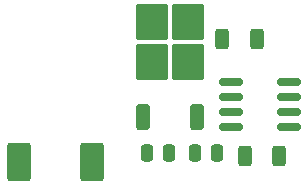
<source format=gtp>
G04 #@! TF.GenerationSoftware,KiCad,Pcbnew,8.0.0*
G04 #@! TF.CreationDate,2024-12-06T13:06:33-06:00*
G04 #@! TF.ProjectId,led_segment,6c65645f-7365-4676-9d65-6e742e6b6963,rev?*
G04 #@! TF.SameCoordinates,Original*
G04 #@! TF.FileFunction,Paste,Top*
G04 #@! TF.FilePolarity,Positive*
%FSLAX46Y46*%
G04 Gerber Fmt 4.6, Leading zero omitted, Abs format (unit mm)*
G04 Created by KiCad (PCBNEW 8.0.0) date 2024-12-06 13:06:33*
%MOMM*%
%LPD*%
G01*
G04 APERTURE LIST*
G04 Aperture macros list*
%AMRoundRect*
0 Rectangle with rounded corners*
0 $1 Rounding radius*
0 $2 $3 $4 $5 $6 $7 $8 $9 X,Y pos of 4 corners*
0 Add a 4 corners polygon primitive as box body*
4,1,4,$2,$3,$4,$5,$6,$7,$8,$9,$2,$3,0*
0 Add four circle primitives for the rounded corners*
1,1,$1+$1,$2,$3*
1,1,$1+$1,$4,$5*
1,1,$1+$1,$6,$7*
1,1,$1+$1,$8,$9*
0 Add four rect primitives between the rounded corners*
20,1,$1+$1,$2,$3,$4,$5,0*
20,1,$1+$1,$4,$5,$6,$7,0*
20,1,$1+$1,$6,$7,$8,$9,0*
20,1,$1+$1,$8,$9,$2,$3,0*%
G04 Aperture macros list end*
%ADD10RoundRect,0.250000X0.312500X0.625000X-0.312500X0.625000X-0.312500X-0.625000X0.312500X-0.625000X0*%
%ADD11RoundRect,0.250000X-0.312500X-0.625000X0.312500X-0.625000X0.312500X0.625000X-0.312500X0.625000X0*%
%ADD12RoundRect,0.250000X-0.250000X-0.475000X0.250000X-0.475000X0.250000X0.475000X-0.250000X0.475000X0*%
%ADD13RoundRect,0.150000X-0.825000X-0.150000X0.825000X-0.150000X0.825000X0.150000X-0.825000X0.150000X0*%
%ADD14RoundRect,0.250000X0.750000X1.400000X-0.750000X1.400000X-0.750000X-1.400000X0.750000X-1.400000X0*%
%ADD15RoundRect,0.250000X0.350000X-0.850000X0.350000X0.850000X-0.350000X0.850000X-0.350000X-0.850000X0*%
%ADD16RoundRect,0.250000X1.125000X-1.275000X1.125000X1.275000X-1.125000X1.275000X-1.125000X-1.275000X0*%
G04 APERTURE END LIST*
D10*
X204000000Y-128100000D03*
X201075000Y-128100000D03*
D11*
X203000000Y-138000000D03*
X205925000Y-138000000D03*
D12*
X194698000Y-137742000D03*
X196598000Y-137742000D03*
D13*
X201797000Y-131773000D03*
X201797000Y-133043000D03*
X201797000Y-134313000D03*
X201797000Y-135583000D03*
X206747000Y-135583000D03*
X206747000Y-134313000D03*
X206747000Y-133043000D03*
X206747000Y-131773000D03*
D12*
X198750000Y-137742000D03*
X200650000Y-137742000D03*
D14*
X190100000Y-138550000D03*
X183900000Y-138550000D03*
D15*
X194378000Y-134694000D03*
D16*
X195133000Y-130069000D03*
X198183000Y-130069000D03*
X195133000Y-126719000D03*
X198183000Y-126719000D03*
D15*
X198938000Y-134694000D03*
M02*

</source>
